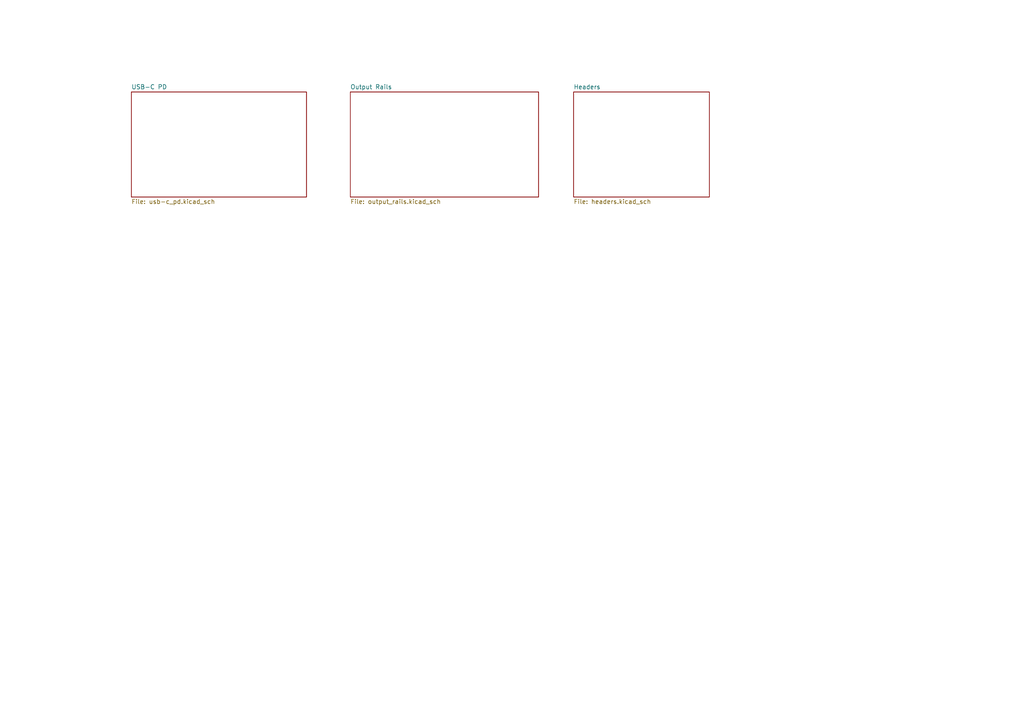
<source format=kicad_sch>
(kicad_sch
	(version 20231120)
	(generator "eeschema")
	(generator_version "8.0")
	(uuid "b7a49099-5a70-47b1-bdfa-74a1e74d104a")
	(paper "A4")
	(lib_symbols)
	(sheet
		(at 101.6 26.67)
		(size 54.61 30.48)
		(fields_autoplaced yes)
		(stroke
			(width 0.1524)
			(type solid)
		)
		(fill
			(color 0 0 0 0.0000)
		)
		(uuid "9259697c-0036-49f1-8241-f29f52d89331")
		(property "Sheetname" "Output Rails"
			(at 101.6 25.9584 0)
			(effects
				(font
					(size 1.27 1.27)
				)
				(justify left bottom)
			)
		)
		(property "Sheetfile" "output_rails.kicad_sch"
			(at 101.6 57.7346 0)
			(effects
				(font
					(size 1.27 1.27)
				)
				(justify left top)
			)
		)
		(instances
			(project "dualrailusbc"
				(path "/b7a49099-5a70-47b1-bdfa-74a1e74d104a"
					(page "3")
				)
			)
		)
	)
	(sheet
		(at 166.37 26.67)
		(size 39.37 30.48)
		(fields_autoplaced yes)
		(stroke
			(width 0.1524)
			(type solid)
		)
		(fill
			(color 0 0 0 0.0000)
		)
		(uuid "962287ce-f681-49e3-872c-d81006a524c1")
		(property "Sheetname" "Headers"
			(at 166.37 25.9584 0)
			(effects
				(font
					(size 1.27 1.27)
				)
				(justify left bottom)
			)
		)
		(property "Sheetfile" "headers.kicad_sch"
			(at 166.37 57.7346 0)
			(effects
				(font
					(size 1.27 1.27)
				)
				(justify left top)
			)
		)
		(instances
			(project "dualrailusbc"
				(path "/b7a49099-5a70-47b1-bdfa-74a1e74d104a"
					(page "4")
				)
			)
		)
	)
	(sheet
		(at 38.1 26.67)
		(size 50.8 30.48)
		(fields_autoplaced yes)
		(stroke
			(width 0.1524)
			(type solid)
		)
		(fill
			(color 0 0 0 0.0000)
		)
		(uuid "a9330ab0-cb61-47c9-ba15-a122209fd99c")
		(property "Sheetname" "USB-C PD"
			(at 38.1 25.9584 0)
			(effects
				(font
					(size 1.27 1.27)
				)
				(justify left bottom)
			)
		)
		(property "Sheetfile" "usb-c_pd.kicad_sch"
			(at 38.1 57.7346 0)
			(effects
				(font
					(size 1.27 1.27)
				)
				(justify left top)
			)
		)
		(instances
			(project "dualrailusbc"
				(path "/b7a49099-5a70-47b1-bdfa-74a1e74d104a"
					(page "2")
				)
			)
		)
	)
	(sheet_instances
		(path "/"
			(page "1")
		)
	)
)

</source>
